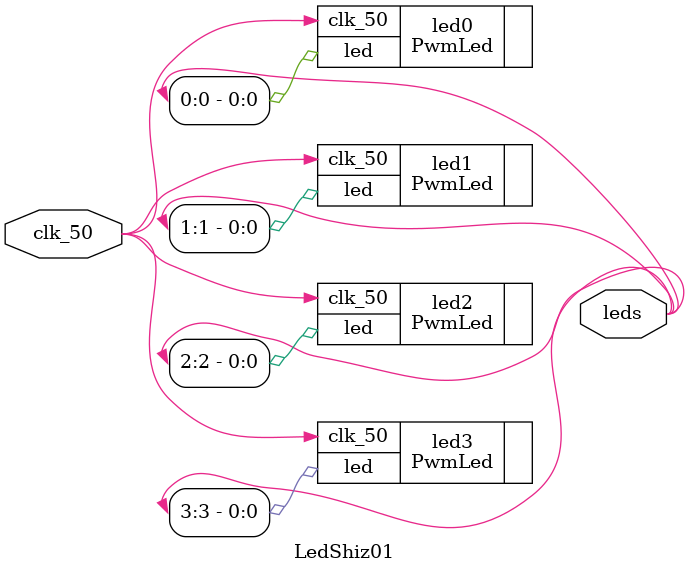
<source format=v>
module LedShiz01(
	input clk_50,
	output [3:0] leds
);

PwmLed #(
	.DEFAULT_PWM_WIDTH(8'h00)
) led0 (
	.clk_50(clk_50),
	.led(leds[0])
);

PwmLed #(
	.DEFAULT_PWM_WIDTH(8'h40)
) led1 (
	.clk_50(clk_50),
	.led(leds[1])
);

PwmLed #(
	.DEFAULT_PWM_WIDTH(8'h80)
) led2 (
	.clk_50(clk_50),
	.led(leds[2])
);

PwmLed #(
	.DEFAULT_PWM_WIDTH(8'hc0)
) led3 (
	.clk_50(clk_50),
	.led(leds[3])
);

endmodule

</source>
